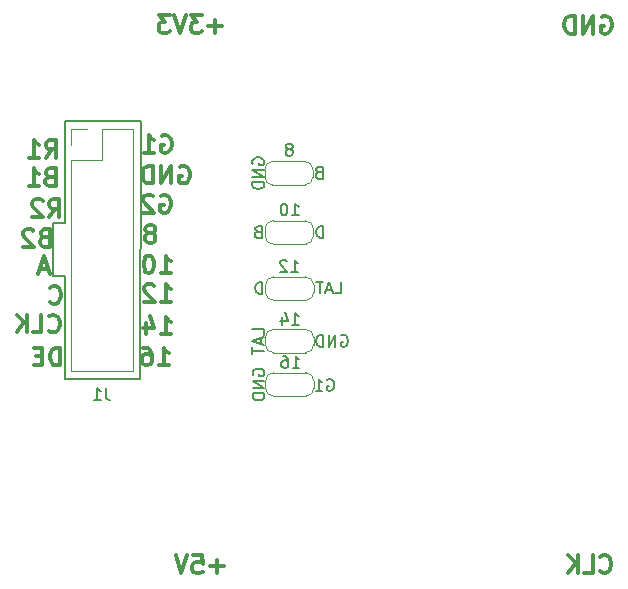
<source format=gbr>
G04 #@! TF.GenerationSoftware,KiCad,Pcbnew,5.0.2-bee76a0~70~ubuntu18.04.1*
G04 #@! TF.CreationDate,2020-08-06T15:01:45+02:00*
G04 #@! TF.ProjectId,panel_led_mod,70616e65-6c5f-46c6-9564-5f6d6f642e6b,rev?*
G04 #@! TF.SameCoordinates,Original*
G04 #@! TF.FileFunction,Legend,Bot*
G04 #@! TF.FilePolarity,Positive*
%FSLAX46Y46*%
G04 Gerber Fmt 4.6, Leading zero omitted, Abs format (unit mm)*
G04 Created by KiCad (PCBNEW 5.0.2-bee76a0~70~ubuntu18.04.1) date jue 06 ago 2020 15:01:45 CEST*
%MOMM*%
%LPD*%
G01*
G04 APERTURE LIST*
%ADD10C,0.300000*%
%ADD11C,0.200000*%
%ADD12C,0.120000*%
%ADD13C,0.150000*%
G04 APERTURE END LIST*
D10*
X119857602Y-93918577D02*
X119643317Y-93990005D01*
X119571888Y-94061434D01*
X119500460Y-94204291D01*
X119500460Y-94418577D01*
X119571888Y-94561434D01*
X119643317Y-94632862D01*
X119786174Y-94704291D01*
X120357602Y-94704291D01*
X120357602Y-93204291D01*
X119857602Y-93204291D01*
X119714745Y-93275720D01*
X119643317Y-93347148D01*
X119571888Y-93490005D01*
X119571888Y-93632862D01*
X119643317Y-93775720D01*
X119714745Y-93847148D01*
X119857602Y-93918577D01*
X120357602Y-93918577D01*
X118929031Y-93347148D02*
X118857602Y-93275720D01*
X118714745Y-93204291D01*
X118357602Y-93204291D01*
X118214745Y-93275720D01*
X118143317Y-93347148D01*
X118071888Y-93490005D01*
X118071888Y-93632862D01*
X118143317Y-93847148D01*
X119000460Y-94704291D01*
X118071888Y-94704291D01*
X120163862Y-96571880D02*
X119449577Y-96571880D01*
X120306720Y-97000451D02*
X119806720Y-95500451D01*
X119306720Y-97000451D01*
X120335574Y-99382354D02*
X120407002Y-99453782D01*
X120621288Y-99525211D01*
X120764145Y-99525211D01*
X120978431Y-99453782D01*
X121121288Y-99310925D01*
X121192717Y-99168068D01*
X121264145Y-98882354D01*
X121264145Y-98668068D01*
X121192717Y-98382354D01*
X121121288Y-98239497D01*
X120978431Y-98096640D01*
X120764145Y-98025211D01*
X120621288Y-98025211D01*
X120407002Y-98096640D01*
X120335574Y-98168068D01*
X120224597Y-101820754D02*
X120296025Y-101892182D01*
X120510311Y-101963611D01*
X120653168Y-101963611D01*
X120867454Y-101892182D01*
X121010311Y-101749325D01*
X121081740Y-101606468D01*
X121153168Y-101320754D01*
X121153168Y-101106468D01*
X121081740Y-100820754D01*
X121010311Y-100677897D01*
X120867454Y-100535040D01*
X120653168Y-100463611D01*
X120510311Y-100463611D01*
X120296025Y-100535040D01*
X120224597Y-100606468D01*
X118867454Y-101963611D02*
X119581740Y-101963611D01*
X119581740Y-100463611D01*
X118367454Y-101963611D02*
X118367454Y-100463611D01*
X117510311Y-101963611D02*
X118153168Y-101106468D01*
X117510311Y-100463611D02*
X118367454Y-101320754D01*
X129767448Y-85335680D02*
X129910305Y-85264251D01*
X130124591Y-85264251D01*
X130338877Y-85335680D01*
X130481734Y-85478537D01*
X130553162Y-85621394D01*
X130624591Y-85907108D01*
X130624591Y-86121394D01*
X130553162Y-86407108D01*
X130481734Y-86549965D01*
X130338877Y-86692822D01*
X130124591Y-86764251D01*
X129981734Y-86764251D01*
X129767448Y-86692822D01*
X129696020Y-86621394D01*
X129696020Y-86121394D01*
X129981734Y-86121394D01*
X128267448Y-86764251D02*
X129124591Y-86764251D01*
X128696020Y-86764251D02*
X128696020Y-85264251D01*
X128838877Y-85478537D01*
X128981734Y-85621394D01*
X129124591Y-85692822D01*
X131312777Y-87918860D02*
X131455634Y-87847431D01*
X131669920Y-87847431D01*
X131884205Y-87918860D01*
X132027062Y-88061717D01*
X132098491Y-88204574D01*
X132169920Y-88490288D01*
X132169920Y-88704574D01*
X132098491Y-88990288D01*
X132027062Y-89133145D01*
X131884205Y-89276002D01*
X131669920Y-89347431D01*
X131527062Y-89347431D01*
X131312777Y-89276002D01*
X131241348Y-89204574D01*
X131241348Y-88704574D01*
X131527062Y-88704574D01*
X130598491Y-89347431D02*
X130598491Y-87847431D01*
X129741348Y-89347431D01*
X129741348Y-87847431D01*
X129027062Y-89347431D02*
X129027062Y-87847431D01*
X128669920Y-87847431D01*
X128455634Y-87918860D01*
X128312777Y-88061717D01*
X128241348Y-88204574D01*
X128169920Y-88490288D01*
X128169920Y-88704574D01*
X128241348Y-88990288D01*
X128312777Y-89133145D01*
X128455634Y-89276002D01*
X128669920Y-89347431D01*
X129027062Y-89347431D01*
X129726808Y-90380120D02*
X129869665Y-90308691D01*
X130083951Y-90308691D01*
X130298237Y-90380120D01*
X130441094Y-90522977D01*
X130512522Y-90665834D01*
X130583951Y-90951548D01*
X130583951Y-91165834D01*
X130512522Y-91451548D01*
X130441094Y-91594405D01*
X130298237Y-91737262D01*
X130083951Y-91808691D01*
X129941094Y-91808691D01*
X129726808Y-91737262D01*
X129655380Y-91665834D01*
X129655380Y-91165834D01*
X129941094Y-91165834D01*
X129083951Y-90451548D02*
X129012522Y-90380120D01*
X128869665Y-90308691D01*
X128512522Y-90308691D01*
X128369665Y-90380120D01*
X128298237Y-90451548D01*
X128226808Y-90594405D01*
X128226808Y-90737262D01*
X128298237Y-90951548D01*
X129155380Y-91808691D01*
X128226808Y-91808691D01*
X120265000Y-92202391D02*
X120765000Y-91488105D01*
X121122142Y-92202391D02*
X121122142Y-90702391D01*
X120550714Y-90702391D01*
X120407857Y-90773820D01*
X120336428Y-90845248D01*
X120265000Y-90988105D01*
X120265000Y-91202391D01*
X120336428Y-91345248D01*
X120407857Y-91416677D01*
X120550714Y-91488105D01*
X121122142Y-91488105D01*
X119693571Y-90845248D02*
X119622142Y-90773820D01*
X119479285Y-90702391D01*
X119122142Y-90702391D01*
X118979285Y-90773820D01*
X118907857Y-90845248D01*
X118836428Y-90988105D01*
X118836428Y-91130962D01*
X118907857Y-91345248D01*
X119765000Y-92202391D01*
X118836428Y-92202391D01*
X120291942Y-88790317D02*
X120077657Y-88861745D01*
X120006228Y-88933174D01*
X119934800Y-89076031D01*
X119934800Y-89290317D01*
X120006228Y-89433174D01*
X120077657Y-89504602D01*
X120220514Y-89576031D01*
X120791942Y-89576031D01*
X120791942Y-88076031D01*
X120291942Y-88076031D01*
X120149085Y-88147460D01*
X120077657Y-88218888D01*
X120006228Y-88361745D01*
X120006228Y-88504602D01*
X120077657Y-88647460D01*
X120149085Y-88718888D01*
X120291942Y-88790317D01*
X120791942Y-88790317D01*
X118506228Y-89576031D02*
X119363371Y-89576031D01*
X118934800Y-89576031D02*
X118934800Y-88076031D01*
X119077657Y-88290317D01*
X119220514Y-88433174D01*
X119363371Y-88504602D01*
X119995760Y-87175731D02*
X120495760Y-86461445D01*
X120852902Y-87175731D02*
X120852902Y-85675731D01*
X120281474Y-85675731D01*
X120138617Y-85747160D01*
X120067188Y-85818588D01*
X119995760Y-85961445D01*
X119995760Y-86175731D01*
X120067188Y-86318588D01*
X120138617Y-86390017D01*
X120281474Y-86461445D01*
X120852902Y-86461445D01*
X118567188Y-87175731D02*
X119424331Y-87175731D01*
X118995760Y-87175731D02*
X118995760Y-85675731D01*
X119138617Y-85890017D01*
X119281474Y-86032874D01*
X119424331Y-86104302D01*
X121167708Y-104757611D02*
X121167708Y-103257611D01*
X120810565Y-103257611D01*
X120596280Y-103329040D01*
X120453422Y-103471897D01*
X120381994Y-103614754D01*
X120310565Y-103900468D01*
X120310565Y-104114754D01*
X120381994Y-104400468D01*
X120453422Y-104543325D01*
X120596280Y-104686182D01*
X120810565Y-104757611D01*
X121167708Y-104757611D01*
X119667708Y-103971897D02*
X119167708Y-103971897D01*
X118953422Y-104757611D02*
X119667708Y-104757611D01*
X119667708Y-103257611D01*
X118953422Y-103257611D01*
X128966577Y-93544888D02*
X129109434Y-93473460D01*
X129180862Y-93402031D01*
X129252291Y-93259174D01*
X129252291Y-93187745D01*
X129180862Y-93044888D01*
X129109434Y-92973460D01*
X128966577Y-92902031D01*
X128680862Y-92902031D01*
X128538005Y-92973460D01*
X128466577Y-93044888D01*
X128395148Y-93187745D01*
X128395148Y-93259174D01*
X128466577Y-93402031D01*
X128538005Y-93473460D01*
X128680862Y-93544888D01*
X128966577Y-93544888D01*
X129109434Y-93616317D01*
X129180862Y-93687745D01*
X129252291Y-93830602D01*
X129252291Y-94116317D01*
X129180862Y-94259174D01*
X129109434Y-94330602D01*
X128966577Y-94402031D01*
X128680862Y-94402031D01*
X128538005Y-94330602D01*
X128466577Y-94259174D01*
X128395148Y-94116317D01*
X128395148Y-93830602D01*
X128466577Y-93687745D01*
X128538005Y-93616317D01*
X128680862Y-93544888D01*
X129691094Y-96949651D02*
X130548237Y-96949651D01*
X130119665Y-96949651D02*
X130119665Y-95449651D01*
X130262522Y-95663937D01*
X130405380Y-95806794D01*
X130548237Y-95878222D01*
X128762522Y-95449651D02*
X128619665Y-95449651D01*
X128476808Y-95521080D01*
X128405380Y-95592508D01*
X128333951Y-95735365D01*
X128262522Y-96021080D01*
X128262522Y-96378222D01*
X128333951Y-96663937D01*
X128405380Y-96806794D01*
X128476808Y-96878222D01*
X128619665Y-96949651D01*
X128762522Y-96949651D01*
X128905380Y-96878222D01*
X128976808Y-96806794D01*
X129048237Y-96663937D01*
X129119665Y-96378222D01*
X129119665Y-96021080D01*
X129048237Y-95735365D01*
X128976808Y-95592508D01*
X128905380Y-95521080D01*
X128762522Y-95449651D01*
X129716494Y-99352491D02*
X130573637Y-99352491D01*
X130145065Y-99352491D02*
X130145065Y-97852491D01*
X130287922Y-98066777D01*
X130430780Y-98209634D01*
X130573637Y-98281062D01*
X129145065Y-97995348D02*
X129073637Y-97923920D01*
X128930780Y-97852491D01*
X128573637Y-97852491D01*
X128430780Y-97923920D01*
X128359351Y-97995348D01*
X128287922Y-98138205D01*
X128287922Y-98281062D01*
X128359351Y-98495348D01*
X129216494Y-99352491D01*
X128287922Y-99352491D01*
X129716494Y-102121091D02*
X130573637Y-102121091D01*
X130145065Y-102121091D02*
X130145065Y-100621091D01*
X130287922Y-100835377D01*
X130430780Y-100978234D01*
X130573637Y-101049662D01*
X128430780Y-101121091D02*
X128430780Y-102121091D01*
X128787922Y-100549662D02*
X129145065Y-101621091D01*
X128216494Y-101621091D01*
X129520914Y-104742371D02*
X130378057Y-104742371D01*
X129949485Y-104742371D02*
X129949485Y-103242371D01*
X130092342Y-103456657D01*
X130235200Y-103599514D01*
X130378057Y-103670942D01*
X128235200Y-103242371D02*
X128520914Y-103242371D01*
X128663771Y-103313800D01*
X128735200Y-103385228D01*
X128878057Y-103599514D01*
X128949485Y-103885228D01*
X128949485Y-104456657D01*
X128878057Y-104599514D01*
X128806628Y-104670942D01*
X128663771Y-104742371D01*
X128378057Y-104742371D01*
X128235200Y-104670942D01*
X128163771Y-104599514D01*
X128092342Y-104456657D01*
X128092342Y-104099514D01*
X128163771Y-103956657D01*
X128235200Y-103885228D01*
X128378057Y-103813800D01*
X128663771Y-103813800D01*
X128806628Y-103885228D01*
X128878057Y-103956657D01*
X128949485Y-104099514D01*
D11*
X121564400Y-92659200D02*
X121564400Y-84124800D01*
X120599200Y-92659200D02*
X121564400Y-92659200D01*
X120599200Y-97180400D02*
X120599200Y-92659200D01*
X121564400Y-97180400D02*
X120599200Y-97180400D01*
X121564400Y-97688400D02*
X121564400Y-97180400D01*
X121564400Y-105867200D02*
X121564400Y-97688400D01*
X121615200Y-105867200D02*
X121564400Y-105867200D01*
X127965200Y-105867200D02*
X121615200Y-105867200D01*
X128016000Y-84074000D02*
X127965200Y-105867200D01*
X121564400Y-84074000D02*
X128016000Y-84074000D01*
D10*
X166922497Y-122181394D02*
X166993925Y-122252822D01*
X167208211Y-122324251D01*
X167351068Y-122324251D01*
X167565354Y-122252822D01*
X167708211Y-122109965D01*
X167779640Y-121967108D01*
X167851068Y-121681394D01*
X167851068Y-121467108D01*
X167779640Y-121181394D01*
X167708211Y-121038537D01*
X167565354Y-120895680D01*
X167351068Y-120824251D01*
X167208211Y-120824251D01*
X166993925Y-120895680D01*
X166922497Y-120967108D01*
X165565354Y-122324251D02*
X166279640Y-122324251D01*
X166279640Y-120824251D01*
X165065354Y-122324251D02*
X165065354Y-120824251D01*
X164208211Y-122324251D02*
X164851068Y-121467108D01*
X164208211Y-120824251D02*
X165065354Y-121681394D01*
X134882877Y-76048062D02*
X133740020Y-76048062D01*
X134311448Y-76619491D02*
X134311448Y-75476634D01*
X133168591Y-75119491D02*
X132240020Y-75119491D01*
X132740020Y-75690920D01*
X132525734Y-75690920D01*
X132382877Y-75762348D01*
X132311448Y-75833777D01*
X132240020Y-75976634D01*
X132240020Y-76333777D01*
X132311448Y-76476634D01*
X132382877Y-76548062D01*
X132525734Y-76619491D01*
X132954305Y-76619491D01*
X133097162Y-76548062D01*
X133168591Y-76476634D01*
X131811448Y-75119491D02*
X131311448Y-76619491D01*
X130811448Y-75119491D01*
X130454305Y-75119491D02*
X129525734Y-75119491D01*
X130025734Y-75690920D01*
X129811448Y-75690920D01*
X129668591Y-75762348D01*
X129597162Y-75833777D01*
X129525734Y-75976634D01*
X129525734Y-76333777D01*
X129597162Y-76476634D01*
X129668591Y-76548062D01*
X129811448Y-76619491D01*
X130240020Y-76619491D01*
X130382877Y-76548062D01*
X130454305Y-76476634D01*
X135024571Y-121773142D02*
X133881714Y-121773142D01*
X134453142Y-122344571D02*
X134453142Y-121201714D01*
X132453142Y-120844571D02*
X133167428Y-120844571D01*
X133238857Y-121558857D01*
X133167428Y-121487428D01*
X133024571Y-121416000D01*
X132667428Y-121416000D01*
X132524571Y-121487428D01*
X132453142Y-121558857D01*
X132381714Y-121701714D01*
X132381714Y-122058857D01*
X132453142Y-122201714D01*
X132524571Y-122273142D01*
X132667428Y-122344571D01*
X133024571Y-122344571D01*
X133167428Y-122273142D01*
X133238857Y-122201714D01*
X131953142Y-120844571D02*
X131453142Y-122344571D01*
X130953142Y-120844571D01*
X167022637Y-75234100D02*
X167165494Y-75162671D01*
X167379780Y-75162671D01*
X167594065Y-75234100D01*
X167736922Y-75376957D01*
X167808351Y-75519814D01*
X167879780Y-75805528D01*
X167879780Y-76019814D01*
X167808351Y-76305528D01*
X167736922Y-76448385D01*
X167594065Y-76591242D01*
X167379780Y-76662671D01*
X167236922Y-76662671D01*
X167022637Y-76591242D01*
X166951208Y-76519814D01*
X166951208Y-76019814D01*
X167236922Y-76019814D01*
X166308351Y-76662671D02*
X166308351Y-75162671D01*
X165451208Y-76662671D01*
X165451208Y-75162671D01*
X164736922Y-76662671D02*
X164736922Y-75162671D01*
X164379780Y-75162671D01*
X164165494Y-75234100D01*
X164022637Y-75376957D01*
X163951208Y-75519814D01*
X163879780Y-75805528D01*
X163879780Y-76019814D01*
X163951208Y-76305528D01*
X164022637Y-76448385D01*
X164165494Y-76591242D01*
X164379780Y-76662671D01*
X164736922Y-76662671D01*
D12*
G04 #@! TO.C,10*
X138528840Y-93794860D02*
G75*
G03X139228840Y-94494860I700000J0D01*
G01*
X139228840Y-92494860D02*
G75*
G03X138528840Y-93194860I0J-700000D01*
G01*
X142628840Y-93194860D02*
G75*
G03X141928840Y-92494860I-700000J0D01*
G01*
X141928840Y-94494860D02*
G75*
G03X142628840Y-93794860I0J700000D01*
G01*
X139178840Y-94494860D02*
X141978840Y-94494860D01*
X142628840Y-93794860D02*
X142628840Y-93194860D01*
X141978840Y-92494860D02*
X139178840Y-92494860D01*
X138528840Y-93194860D02*
X138528840Y-93794860D01*
G04 #@! TO.C,8*
X138491220Y-88180900D02*
X138491220Y-88780900D01*
X141941220Y-87480900D02*
X139141220Y-87480900D01*
X142591220Y-88780900D02*
X142591220Y-88180900D01*
X139141220Y-89480900D02*
X141941220Y-89480900D01*
X141891220Y-89480900D02*
G75*
G03X142591220Y-88780900I0J700000D01*
G01*
X142591220Y-88180900D02*
G75*
G03X141891220Y-87480900I-700000J0D01*
G01*
X139191220Y-87480900D02*
G75*
G03X138491220Y-88180900I0J-700000D01*
G01*
X138491220Y-88780900D02*
G75*
G03X139191220Y-89480900I700000J0D01*
G01*
G04 #@! TO.C,14*
X138549640Y-102387120D02*
X138549640Y-102987120D01*
X141999640Y-101687120D02*
X139199640Y-101687120D01*
X142649640Y-102987120D02*
X142649640Y-102387120D01*
X139199640Y-103687120D02*
X141999640Y-103687120D01*
X141949640Y-103687120D02*
G75*
G03X142649640Y-102987120I0J700000D01*
G01*
X142649640Y-102387120D02*
G75*
G03X141949640Y-101687120I-700000J0D01*
G01*
X139249640Y-101687120D02*
G75*
G03X138549640Y-102387120I0J-700000D01*
G01*
X138549640Y-102987120D02*
G75*
G03X139249640Y-103687120I700000J0D01*
G01*
G04 #@! TO.C,16*
X138569480Y-106662500D02*
G75*
G03X139269480Y-107362500I700000J0D01*
G01*
X139269480Y-105362500D02*
G75*
G03X138569480Y-106062500I0J-700000D01*
G01*
X142669480Y-106062500D02*
G75*
G03X141969480Y-105362500I-700000J0D01*
G01*
X141969480Y-107362500D02*
G75*
G03X142669480Y-106662500I0J700000D01*
G01*
X139219480Y-107362500D02*
X142019480Y-107362500D01*
X142669480Y-106662500D02*
X142669480Y-106062500D01*
X142019480Y-105362500D02*
X139219480Y-105362500D01*
X138569480Y-106062500D02*
X138569480Y-106662500D01*
G04 #@! TO.C,12*
X138564880Y-97952280D02*
X138564880Y-98552280D01*
X142014880Y-97252280D02*
X139214880Y-97252280D01*
X142664880Y-98552280D02*
X142664880Y-97952280D01*
X139214880Y-99252280D02*
X142014880Y-99252280D01*
X141964880Y-99252280D02*
G75*
G03X142664880Y-98552280I0J700000D01*
G01*
X142664880Y-97952280D02*
G75*
G03X141964880Y-97252280I-700000J0D01*
G01*
X139264880Y-97252280D02*
G75*
G03X138564880Y-97952280I0J-700000D01*
G01*
X138564880Y-98552280D02*
G75*
G03X139264880Y-99252280I700000J0D01*
G01*
G04 #@! TO.C,J1*
X127314000Y-84776000D02*
X124714000Y-84776000D01*
X127314000Y-84776000D02*
X127314000Y-105216000D01*
X127314000Y-105216000D02*
X122114000Y-105216000D01*
X122114000Y-87376000D02*
X122114000Y-105216000D01*
X124714000Y-87376000D02*
X122114000Y-87376000D01*
X124714000Y-84776000D02*
X124714000Y-87376000D01*
X122114000Y-84776000D02*
X122114000Y-86106000D01*
X123444000Y-84776000D02*
X122114000Y-84776000D01*
G04 #@! TO.C,10*
D13*
X140812496Y-92052400D02*
X141383924Y-92052400D01*
X141098210Y-92052400D02*
X141098210Y-91052400D01*
X141193448Y-91195258D01*
X141288686Y-91290496D01*
X141383924Y-91338115D01*
X140193448Y-91052400D02*
X140098210Y-91052400D01*
X140002972Y-91100020D01*
X139955353Y-91147639D01*
X139907734Y-91242877D01*
X139860115Y-91433353D01*
X139860115Y-91671448D01*
X139907734Y-91861924D01*
X139955353Y-91957162D01*
X140002972Y-92004781D01*
X140098210Y-92052400D01*
X140193448Y-92052400D01*
X140288686Y-92004781D01*
X140336305Y-91957162D01*
X140383924Y-91861924D01*
X140431543Y-91671448D01*
X140431543Y-91433353D01*
X140383924Y-91242877D01*
X140336305Y-91147639D01*
X140288686Y-91100020D01*
X140193448Y-91052400D01*
X137907411Y-93423431D02*
X137764554Y-93471050D01*
X137716935Y-93518669D01*
X137669316Y-93613907D01*
X137669316Y-93756764D01*
X137716935Y-93852002D01*
X137764554Y-93899621D01*
X137859792Y-93947240D01*
X138240744Y-93947240D01*
X138240744Y-92947240D01*
X137907411Y-92947240D01*
X137812173Y-92994860D01*
X137764554Y-93042479D01*
X137716935Y-93137717D01*
X137716935Y-93232955D01*
X137764554Y-93328193D01*
X137812173Y-93375812D01*
X137907411Y-93423431D01*
X138240744Y-93423431D01*
X143440744Y-93947240D02*
X143440744Y-92947240D01*
X143202649Y-92947240D01*
X143059792Y-92994860D01*
X142964554Y-93090098D01*
X142916935Y-93185336D01*
X142869316Y-93375812D01*
X142869316Y-93518669D01*
X142916935Y-93709145D01*
X142964554Y-93804383D01*
X143059792Y-93899621D01*
X143202649Y-93947240D01*
X143440744Y-93947240D01*
G04 #@! TO.C,8*
X140669478Y-86426372D02*
X140764716Y-86378753D01*
X140812335Y-86331134D01*
X140859954Y-86235896D01*
X140859954Y-86188277D01*
X140812335Y-86093039D01*
X140764716Y-86045420D01*
X140669478Y-85997800D01*
X140479001Y-85997800D01*
X140383763Y-86045420D01*
X140336144Y-86093039D01*
X140288525Y-86188277D01*
X140288525Y-86235896D01*
X140336144Y-86331134D01*
X140383763Y-86378753D01*
X140479001Y-86426372D01*
X140669478Y-86426372D01*
X140764716Y-86473991D01*
X140812335Y-86521610D01*
X140859954Y-86616848D01*
X140859954Y-86807324D01*
X140812335Y-86902562D01*
X140764716Y-86950181D01*
X140669478Y-86997800D01*
X140479001Y-86997800D01*
X140383763Y-86950181D01*
X140336144Y-86902562D01*
X140288525Y-86807324D01*
X140288525Y-86616848D01*
X140336144Y-86521610D01*
X140383763Y-86473991D01*
X140479001Y-86426372D01*
X143069791Y-88409471D02*
X142926934Y-88457090D01*
X142879315Y-88504709D01*
X142831696Y-88599947D01*
X142831696Y-88742804D01*
X142879315Y-88838042D01*
X142926934Y-88885661D01*
X143022172Y-88933280D01*
X143403124Y-88933280D01*
X143403124Y-87933280D01*
X143069791Y-87933280D01*
X142974553Y-87980900D01*
X142926934Y-88028519D01*
X142879315Y-88123757D01*
X142879315Y-88218995D01*
X142926934Y-88314233D01*
X142974553Y-88361852D01*
X143069791Y-88409471D01*
X143403124Y-88409471D01*
X137503280Y-87716455D02*
X137455660Y-87621217D01*
X137455660Y-87478360D01*
X137503280Y-87335502D01*
X137598518Y-87240264D01*
X137693756Y-87192645D01*
X137884232Y-87145026D01*
X138027089Y-87145026D01*
X138217565Y-87192645D01*
X138312803Y-87240264D01*
X138408041Y-87335502D01*
X138455660Y-87478360D01*
X138455660Y-87573598D01*
X138408041Y-87716455D01*
X138360422Y-87764074D01*
X138027089Y-87764074D01*
X138027089Y-87573598D01*
X138455660Y-88192645D02*
X137455660Y-88192645D01*
X138455660Y-88764074D01*
X137455660Y-88764074D01*
X138455660Y-89240264D02*
X137455660Y-89240264D01*
X137455660Y-89478360D01*
X137503280Y-89621217D01*
X137598518Y-89716455D01*
X137693756Y-89764074D01*
X137884232Y-89811693D01*
X138027089Y-89811693D01*
X138217565Y-89764074D01*
X138312803Y-89716455D01*
X138408041Y-89621217D01*
X138455660Y-89478360D01*
X138455660Y-89240264D01*
G04 #@! TO.C,14*
X140823136Y-101318320D02*
X141394564Y-101318320D01*
X141108850Y-101318320D02*
X141108850Y-100318320D01*
X141204088Y-100461178D01*
X141299326Y-100556416D01*
X141394564Y-100604035D01*
X139965993Y-100651654D02*
X139965993Y-101318320D01*
X140204088Y-100270701D02*
X140442183Y-100984987D01*
X139823136Y-100984987D01*
X144973424Y-102220140D02*
X145068662Y-102172520D01*
X145211520Y-102172520D01*
X145354377Y-102220140D01*
X145449615Y-102315378D01*
X145497234Y-102410616D01*
X145544853Y-102601092D01*
X145544853Y-102743949D01*
X145497234Y-102934425D01*
X145449615Y-103029663D01*
X145354377Y-103124901D01*
X145211520Y-103172520D01*
X145116281Y-103172520D01*
X144973424Y-103124901D01*
X144925805Y-103077282D01*
X144925805Y-102743949D01*
X145116281Y-102743949D01*
X144497234Y-103172520D02*
X144497234Y-102172520D01*
X143925805Y-103172520D01*
X143925805Y-102172520D01*
X143449615Y-103172520D02*
X143449615Y-102172520D01*
X143211520Y-102172520D01*
X143068662Y-102220140D01*
X142973424Y-102315378D01*
X142925805Y-102410616D01*
X142878186Y-102601092D01*
X142878186Y-102743949D01*
X142925805Y-102934425D01*
X142973424Y-103029663D01*
X143068662Y-103124901D01*
X143211520Y-103172520D01*
X143449615Y-103172520D01*
X138466300Y-102187120D02*
X138466300Y-101710929D01*
X137466300Y-101710929D01*
X138180586Y-102472834D02*
X138180586Y-102949024D01*
X138466300Y-102377596D02*
X137466300Y-102710929D01*
X138466300Y-103044262D01*
X137466300Y-103234739D02*
X137466300Y-103806167D01*
X138466300Y-103520453D02*
X137466300Y-103520453D01*
G04 #@! TO.C,16*
X140870916Y-104955600D02*
X141442344Y-104955600D01*
X141156630Y-104955600D02*
X141156630Y-103955600D01*
X141251868Y-104098458D01*
X141347106Y-104193696D01*
X141442344Y-104241315D01*
X140013773Y-103955600D02*
X140204249Y-103955600D01*
X140299487Y-104003220D01*
X140347106Y-104050839D01*
X140442344Y-104193696D01*
X140489963Y-104384172D01*
X140489963Y-104765124D01*
X140442344Y-104860362D01*
X140394725Y-104907981D01*
X140299487Y-104955600D01*
X140109011Y-104955600D01*
X140013773Y-104907981D01*
X139966154Y-104860362D01*
X139918535Y-104765124D01*
X139918535Y-104527029D01*
X139966154Y-104431791D01*
X140013773Y-104384172D01*
X140109011Y-104336553D01*
X140299487Y-104336553D01*
X140394725Y-104384172D01*
X140442344Y-104431791D01*
X140489963Y-104527029D01*
X137519480Y-105600595D02*
X137471860Y-105505357D01*
X137471860Y-105362500D01*
X137519480Y-105219642D01*
X137614718Y-105124404D01*
X137709956Y-105076785D01*
X137900432Y-105029166D01*
X138043289Y-105029166D01*
X138233765Y-105076785D01*
X138329003Y-105124404D01*
X138424241Y-105219642D01*
X138471860Y-105362500D01*
X138471860Y-105457738D01*
X138424241Y-105600595D01*
X138376622Y-105648214D01*
X138043289Y-105648214D01*
X138043289Y-105457738D01*
X138471860Y-106076785D02*
X137471860Y-106076785D01*
X138471860Y-106648214D01*
X137471860Y-106648214D01*
X138471860Y-107124404D02*
X137471860Y-107124404D01*
X137471860Y-107362500D01*
X137519480Y-107505357D01*
X137614718Y-107600595D01*
X137709956Y-107648214D01*
X137900432Y-107695833D01*
X138043289Y-107695833D01*
X138233765Y-107648214D01*
X138329003Y-107600595D01*
X138424241Y-107505357D01*
X138471860Y-107362500D01*
X138471860Y-107124404D01*
X143808105Y-105946320D02*
X143903343Y-105898700D01*
X144046200Y-105898700D01*
X144189058Y-105946320D01*
X144284296Y-106041558D01*
X144331915Y-106136796D01*
X144379534Y-106327272D01*
X144379534Y-106470129D01*
X144331915Y-106660605D01*
X144284296Y-106755843D01*
X144189058Y-106851081D01*
X144046200Y-106898700D01*
X143950962Y-106898700D01*
X143808105Y-106851081D01*
X143760486Y-106803462D01*
X143760486Y-106470129D01*
X143950962Y-106470129D01*
X142808105Y-106898700D02*
X143379534Y-106898700D01*
X143093820Y-106898700D02*
X143093820Y-105898700D01*
X143189058Y-106041558D01*
X143284296Y-106136796D01*
X143379534Y-106184415D01*
G04 #@! TO.C,12*
X140748996Y-96832680D02*
X141320424Y-96832680D01*
X141034710Y-96832680D02*
X141034710Y-95832680D01*
X141129948Y-95975538D01*
X141225186Y-96070776D01*
X141320424Y-96118395D01*
X140368043Y-95927919D02*
X140320424Y-95880300D01*
X140225186Y-95832680D01*
X139987091Y-95832680D01*
X139891853Y-95880300D01*
X139844234Y-95927919D01*
X139796615Y-96023157D01*
X139796615Y-96118395D01*
X139844234Y-96261252D01*
X140415662Y-96832680D01*
X139796615Y-96832680D01*
X144487520Y-98658940D02*
X144963710Y-98658940D01*
X144963710Y-97658940D01*
X144201805Y-98373226D02*
X143725615Y-98373226D01*
X144297043Y-98658940D02*
X143963710Y-97658940D01*
X143630377Y-98658940D01*
X143439900Y-97658940D02*
X142868472Y-97658940D01*
X143154186Y-98658940D02*
X143154186Y-97658940D01*
X138276784Y-98704660D02*
X138276784Y-97704660D01*
X138038689Y-97704660D01*
X137895832Y-97752280D01*
X137800594Y-97847518D01*
X137752975Y-97942756D01*
X137705356Y-98133232D01*
X137705356Y-98276089D01*
X137752975Y-98466565D01*
X137800594Y-98561803D01*
X137895832Y-98657041D01*
X138038689Y-98704660D01*
X138276784Y-98704660D01*
G04 #@! TO.C,J1*
X125047333Y-106640380D02*
X125047333Y-107354666D01*
X125094952Y-107497523D01*
X125190190Y-107592761D01*
X125333047Y-107640380D01*
X125428285Y-107640380D01*
X124047333Y-107640380D02*
X124618761Y-107640380D01*
X124333047Y-107640380D02*
X124333047Y-106640380D01*
X124428285Y-106783238D01*
X124523523Y-106878476D01*
X124618761Y-106926095D01*
G04 #@! TD*
M02*

</source>
